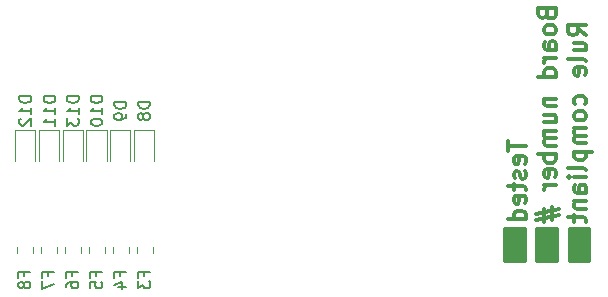
<source format=gbr>
G04 #@! TF.GenerationSoftware,KiCad,Pcbnew,(5.1.4-0)*
G04 #@! TF.CreationDate,2021-02-17T16:02:49+01:00*
G04 #@! TF.ProjectId,cooling control unit,636f6f6c-696e-4672-9063-6f6e74726f6c,rev?*
G04 #@! TF.SameCoordinates,Original*
G04 #@! TF.FileFunction,Legend,Bot*
G04 #@! TF.FilePolarity,Positive*
%FSLAX46Y46*%
G04 Gerber Fmt 4.6, Leading zero omitted, Abs format (unit mm)*
G04 Created by KiCad (PCBNEW (5.1.4-0)) date 2021-02-17 16:02:49*
%MOMM*%
%LPD*%
G04 APERTURE LIST*
%ADD10C,0.300000*%
%ADD11C,0.120000*%
%ADD12C,0.150000*%
%ADD13C,0.254000*%
G04 APERTURE END LIST*
D10*
X151519971Y-114698029D02*
X151519971Y-115555171D01*
X153019971Y-115126600D02*
X151519971Y-115126600D01*
X152948542Y-116626600D02*
X153019971Y-116483743D01*
X153019971Y-116198029D01*
X152948542Y-116055171D01*
X152805685Y-115983743D01*
X152234257Y-115983743D01*
X152091400Y-116055171D01*
X152019971Y-116198029D01*
X152019971Y-116483743D01*
X152091400Y-116626600D01*
X152234257Y-116698029D01*
X152377114Y-116698029D01*
X152519971Y-115983743D01*
X152948542Y-117269457D02*
X153019971Y-117412314D01*
X153019971Y-117698029D01*
X152948542Y-117840886D01*
X152805685Y-117912314D01*
X152734257Y-117912314D01*
X152591400Y-117840886D01*
X152519971Y-117698029D01*
X152519971Y-117483743D01*
X152448542Y-117340886D01*
X152305685Y-117269457D01*
X152234257Y-117269457D01*
X152091400Y-117340886D01*
X152019971Y-117483743D01*
X152019971Y-117698029D01*
X152091400Y-117840886D01*
X152019971Y-118340886D02*
X152019971Y-118912314D01*
X151519971Y-118555171D02*
X152805685Y-118555171D01*
X152948542Y-118626600D01*
X153019971Y-118769457D01*
X153019971Y-118912314D01*
X152948542Y-119983743D02*
X153019971Y-119840886D01*
X153019971Y-119555171D01*
X152948542Y-119412314D01*
X152805685Y-119340886D01*
X152234257Y-119340886D01*
X152091400Y-119412314D01*
X152019971Y-119555171D01*
X152019971Y-119840886D01*
X152091400Y-119983743D01*
X152234257Y-120055171D01*
X152377114Y-120055171D01*
X152519971Y-119340886D01*
X153019971Y-121340886D02*
X151519971Y-121340886D01*
X152948542Y-121340886D02*
X153019971Y-121198029D01*
X153019971Y-120912314D01*
X152948542Y-120769457D01*
X152877114Y-120698029D01*
X152734257Y-120626600D01*
X152305685Y-120626600D01*
X152162828Y-120698029D01*
X152091400Y-120769457D01*
X152019971Y-120912314D01*
X152019971Y-121198029D01*
X152091400Y-121340886D01*
X154784257Y-103983743D02*
X154855685Y-104198029D01*
X154927114Y-104269457D01*
X155069971Y-104340886D01*
X155284257Y-104340886D01*
X155427114Y-104269457D01*
X155498542Y-104198029D01*
X155569971Y-104055171D01*
X155569971Y-103483743D01*
X154069971Y-103483743D01*
X154069971Y-103983743D01*
X154141400Y-104126600D01*
X154212828Y-104198029D01*
X154355685Y-104269457D01*
X154498542Y-104269457D01*
X154641400Y-104198029D01*
X154712828Y-104126600D01*
X154784257Y-103983743D01*
X154784257Y-103483743D01*
X155569971Y-105198029D02*
X155498542Y-105055171D01*
X155427114Y-104983743D01*
X155284257Y-104912314D01*
X154855685Y-104912314D01*
X154712828Y-104983743D01*
X154641400Y-105055171D01*
X154569971Y-105198029D01*
X154569971Y-105412314D01*
X154641400Y-105555171D01*
X154712828Y-105626600D01*
X154855685Y-105698029D01*
X155284257Y-105698029D01*
X155427114Y-105626600D01*
X155498542Y-105555171D01*
X155569971Y-105412314D01*
X155569971Y-105198029D01*
X155569971Y-106983743D02*
X154784257Y-106983743D01*
X154641400Y-106912314D01*
X154569971Y-106769457D01*
X154569971Y-106483743D01*
X154641400Y-106340886D01*
X155498542Y-106983743D02*
X155569971Y-106840886D01*
X155569971Y-106483743D01*
X155498542Y-106340886D01*
X155355685Y-106269457D01*
X155212828Y-106269457D01*
X155069971Y-106340886D01*
X154998542Y-106483743D01*
X154998542Y-106840886D01*
X154927114Y-106983743D01*
X155569971Y-107698029D02*
X154569971Y-107698029D01*
X154855685Y-107698029D02*
X154712828Y-107769457D01*
X154641400Y-107840886D01*
X154569971Y-107983743D01*
X154569971Y-108126600D01*
X155569971Y-109269457D02*
X154069971Y-109269457D01*
X155498542Y-109269457D02*
X155569971Y-109126600D01*
X155569971Y-108840886D01*
X155498542Y-108698029D01*
X155427114Y-108626600D01*
X155284257Y-108555171D01*
X154855685Y-108555171D01*
X154712828Y-108626600D01*
X154641400Y-108698029D01*
X154569971Y-108840886D01*
X154569971Y-109126600D01*
X154641400Y-109269457D01*
X154569971Y-111126600D02*
X155569971Y-111126600D01*
X154712828Y-111126600D02*
X154641400Y-111198029D01*
X154569971Y-111340886D01*
X154569971Y-111555171D01*
X154641400Y-111698029D01*
X154784257Y-111769457D01*
X155569971Y-111769457D01*
X154569971Y-113126600D02*
X155569971Y-113126600D01*
X154569971Y-112483743D02*
X155355685Y-112483743D01*
X155498542Y-112555171D01*
X155569971Y-112698029D01*
X155569971Y-112912314D01*
X155498542Y-113055171D01*
X155427114Y-113126600D01*
X155569971Y-113840886D02*
X154569971Y-113840886D01*
X154712828Y-113840886D02*
X154641400Y-113912314D01*
X154569971Y-114055171D01*
X154569971Y-114269457D01*
X154641400Y-114412314D01*
X154784257Y-114483743D01*
X155569971Y-114483743D01*
X154784257Y-114483743D02*
X154641400Y-114555171D01*
X154569971Y-114698029D01*
X154569971Y-114912314D01*
X154641400Y-115055171D01*
X154784257Y-115126600D01*
X155569971Y-115126600D01*
X155569971Y-115840886D02*
X154069971Y-115840886D01*
X154641400Y-115840886D02*
X154569971Y-115983743D01*
X154569971Y-116269457D01*
X154641400Y-116412314D01*
X154712828Y-116483743D01*
X154855685Y-116555171D01*
X155284257Y-116555171D01*
X155427114Y-116483743D01*
X155498542Y-116412314D01*
X155569971Y-116269457D01*
X155569971Y-115983743D01*
X155498542Y-115840886D01*
X155498542Y-117769457D02*
X155569971Y-117626600D01*
X155569971Y-117340886D01*
X155498542Y-117198029D01*
X155355685Y-117126600D01*
X154784257Y-117126600D01*
X154641400Y-117198029D01*
X154569971Y-117340886D01*
X154569971Y-117626600D01*
X154641400Y-117769457D01*
X154784257Y-117840886D01*
X154927114Y-117840886D01*
X155069971Y-117126600D01*
X155569971Y-118483743D02*
X154569971Y-118483743D01*
X154855685Y-118483743D02*
X154712828Y-118555171D01*
X154641400Y-118626600D01*
X154569971Y-118769457D01*
X154569971Y-118912314D01*
X154569971Y-120483743D02*
X154569971Y-121555171D01*
X153927114Y-120912314D02*
X155855685Y-120483743D01*
X155212828Y-121412314D02*
X155212828Y-120340886D01*
X155855685Y-120983743D02*
X153927114Y-121412314D01*
X158119971Y-105769457D02*
X157405685Y-105269457D01*
X158119971Y-104912314D02*
X156619971Y-104912314D01*
X156619971Y-105483743D01*
X156691400Y-105626600D01*
X156762828Y-105698029D01*
X156905685Y-105769457D01*
X157119971Y-105769457D01*
X157262828Y-105698029D01*
X157334257Y-105626600D01*
X157405685Y-105483743D01*
X157405685Y-104912314D01*
X157119971Y-107055171D02*
X158119971Y-107055171D01*
X157119971Y-106412314D02*
X157905685Y-106412314D01*
X158048542Y-106483743D01*
X158119971Y-106626600D01*
X158119971Y-106840886D01*
X158048542Y-106983743D01*
X157977114Y-107055171D01*
X158119971Y-107983743D02*
X158048542Y-107840886D01*
X157905685Y-107769457D01*
X156619971Y-107769457D01*
X158048542Y-109126600D02*
X158119971Y-108983743D01*
X158119971Y-108698029D01*
X158048542Y-108555171D01*
X157905685Y-108483743D01*
X157334257Y-108483743D01*
X157191400Y-108555171D01*
X157119971Y-108698029D01*
X157119971Y-108983743D01*
X157191400Y-109126600D01*
X157334257Y-109198029D01*
X157477114Y-109198029D01*
X157619971Y-108483743D01*
X158048542Y-111626600D02*
X158119971Y-111483743D01*
X158119971Y-111198029D01*
X158048542Y-111055171D01*
X157977114Y-110983743D01*
X157834257Y-110912314D01*
X157405685Y-110912314D01*
X157262828Y-110983743D01*
X157191400Y-111055171D01*
X157119971Y-111198029D01*
X157119971Y-111483743D01*
X157191400Y-111626600D01*
X158119971Y-112483743D02*
X158048542Y-112340886D01*
X157977114Y-112269457D01*
X157834257Y-112198029D01*
X157405685Y-112198029D01*
X157262828Y-112269457D01*
X157191400Y-112340886D01*
X157119971Y-112483743D01*
X157119971Y-112698029D01*
X157191400Y-112840886D01*
X157262828Y-112912314D01*
X157405685Y-112983743D01*
X157834257Y-112983743D01*
X157977114Y-112912314D01*
X158048542Y-112840886D01*
X158119971Y-112698029D01*
X158119971Y-112483743D01*
X158119971Y-113626600D02*
X157119971Y-113626600D01*
X157262828Y-113626600D02*
X157191400Y-113698029D01*
X157119971Y-113840886D01*
X157119971Y-114055171D01*
X157191400Y-114198029D01*
X157334257Y-114269457D01*
X158119971Y-114269457D01*
X157334257Y-114269457D02*
X157191400Y-114340886D01*
X157119971Y-114483743D01*
X157119971Y-114698029D01*
X157191400Y-114840886D01*
X157334257Y-114912314D01*
X158119971Y-114912314D01*
X157119971Y-115626600D02*
X158619971Y-115626600D01*
X157191400Y-115626600D02*
X157119971Y-115769457D01*
X157119971Y-116055171D01*
X157191400Y-116198029D01*
X157262828Y-116269457D01*
X157405685Y-116340886D01*
X157834257Y-116340886D01*
X157977114Y-116269457D01*
X158048542Y-116198029D01*
X158119971Y-116055171D01*
X158119971Y-115769457D01*
X158048542Y-115626600D01*
X158119971Y-117198029D02*
X158048542Y-117055171D01*
X157905685Y-116983743D01*
X156619971Y-116983743D01*
X158119971Y-117769457D02*
X157119971Y-117769457D01*
X156619971Y-117769457D02*
X156691400Y-117698029D01*
X156762828Y-117769457D01*
X156691400Y-117840886D01*
X156619971Y-117769457D01*
X156762828Y-117769457D01*
X158119971Y-119126600D02*
X157334257Y-119126600D01*
X157191400Y-119055171D01*
X157119971Y-118912314D01*
X157119971Y-118626600D01*
X157191400Y-118483743D01*
X158048542Y-119126600D02*
X158119971Y-118983743D01*
X158119971Y-118626600D01*
X158048542Y-118483743D01*
X157905685Y-118412314D01*
X157762828Y-118412314D01*
X157619971Y-118483743D01*
X157548542Y-118626600D01*
X157548542Y-118983743D01*
X157477114Y-119126600D01*
X157119971Y-119840886D02*
X158119971Y-119840886D01*
X157262828Y-119840886D02*
X157191400Y-119912314D01*
X157119971Y-120055171D01*
X157119971Y-120269457D01*
X157191400Y-120412314D01*
X157334257Y-120483743D01*
X158119971Y-120483743D01*
X157119971Y-120983743D02*
X157119971Y-121555171D01*
X156619971Y-121198029D02*
X157905685Y-121198029D01*
X158048542Y-121269457D01*
X158119971Y-121412314D01*
X158119971Y-121555171D01*
D11*
X109907000Y-124210578D02*
X109907000Y-123693422D01*
X111327000Y-124210578D02*
X111327000Y-123693422D01*
X111939000Y-124210578D02*
X111939000Y-123693422D01*
X113359000Y-124210578D02*
X113359000Y-123693422D01*
X113971000Y-124210578D02*
X113971000Y-123693422D01*
X115391000Y-124210578D02*
X115391000Y-123693422D01*
X116003000Y-124210578D02*
X116003000Y-123693422D01*
X117423000Y-124210578D02*
X117423000Y-123693422D01*
X118035000Y-124210578D02*
X118035000Y-123693422D01*
X119455000Y-124210578D02*
X119455000Y-123693422D01*
X120067000Y-124210578D02*
X120067000Y-123693422D01*
X121487000Y-124210578D02*
X121487000Y-123693422D01*
X113815760Y-113826160D02*
X113815760Y-116376160D01*
X115515760Y-113826160D02*
X115515760Y-116376160D01*
X113815760Y-113826160D02*
X115515760Y-113826160D01*
X109792400Y-113826160D02*
X109792400Y-116376160D01*
X111492400Y-113826160D02*
X111492400Y-116376160D01*
X109792400Y-113826160D02*
X111492400Y-113826160D01*
X111839640Y-113826160D02*
X111839640Y-116376160D01*
X113539640Y-113826160D02*
X113539640Y-116376160D01*
X111839640Y-113826160D02*
X113539640Y-113826160D01*
X115824392Y-113826160D02*
X115824392Y-116376160D01*
X117524392Y-113826160D02*
X117524392Y-116376160D01*
X115824392Y-113826160D02*
X117524392Y-113826160D01*
X117835056Y-113826160D02*
X117835056Y-116376160D01*
X119535056Y-113826160D02*
X119535056Y-116376160D01*
X117835056Y-113826160D02*
X119535056Y-113826160D01*
X119845720Y-113826160D02*
X119845720Y-116376160D01*
X121545720Y-113826160D02*
X121545720Y-116376160D01*
X119845720Y-113826160D02*
X121545720Y-113826160D01*
D12*
X110545571Y-126158666D02*
X110545571Y-125825333D01*
X111069380Y-125825333D02*
X110069380Y-125825333D01*
X110069380Y-126301523D01*
X110497952Y-126825333D02*
X110450333Y-126730095D01*
X110402714Y-126682476D01*
X110307476Y-126634857D01*
X110259857Y-126634857D01*
X110164619Y-126682476D01*
X110117000Y-126730095D01*
X110069380Y-126825333D01*
X110069380Y-127015809D01*
X110117000Y-127111047D01*
X110164619Y-127158666D01*
X110259857Y-127206285D01*
X110307476Y-127206285D01*
X110402714Y-127158666D01*
X110450333Y-127111047D01*
X110497952Y-127015809D01*
X110497952Y-126825333D01*
X110545571Y-126730095D01*
X110593190Y-126682476D01*
X110688428Y-126634857D01*
X110878904Y-126634857D01*
X110974142Y-126682476D01*
X111021761Y-126730095D01*
X111069380Y-126825333D01*
X111069380Y-127015809D01*
X111021761Y-127111047D01*
X110974142Y-127158666D01*
X110878904Y-127206285D01*
X110688428Y-127206285D01*
X110593190Y-127158666D01*
X110545571Y-127111047D01*
X110497952Y-127015809D01*
X112577571Y-126158666D02*
X112577571Y-125825333D01*
X113101380Y-125825333D02*
X112101380Y-125825333D01*
X112101380Y-126301523D01*
X112101380Y-126587238D02*
X112101380Y-127253904D01*
X113101380Y-126825333D01*
X114609571Y-126158666D02*
X114609571Y-125825333D01*
X115133380Y-125825333D02*
X114133380Y-125825333D01*
X114133380Y-126301523D01*
X114133380Y-127111047D02*
X114133380Y-126920571D01*
X114181000Y-126825333D01*
X114228619Y-126777714D01*
X114371476Y-126682476D01*
X114561952Y-126634857D01*
X114942904Y-126634857D01*
X115038142Y-126682476D01*
X115085761Y-126730095D01*
X115133380Y-126825333D01*
X115133380Y-127015809D01*
X115085761Y-127111047D01*
X115038142Y-127158666D01*
X114942904Y-127206285D01*
X114704809Y-127206285D01*
X114609571Y-127158666D01*
X114561952Y-127111047D01*
X114514333Y-127015809D01*
X114514333Y-126825333D01*
X114561952Y-126730095D01*
X114609571Y-126682476D01*
X114704809Y-126634857D01*
X116641571Y-126158666D02*
X116641571Y-125825333D01*
X117165380Y-125825333D02*
X116165380Y-125825333D01*
X116165380Y-126301523D01*
X116165380Y-127158666D02*
X116165380Y-126682476D01*
X116641571Y-126634857D01*
X116593952Y-126682476D01*
X116546333Y-126777714D01*
X116546333Y-127015809D01*
X116593952Y-127111047D01*
X116641571Y-127158666D01*
X116736809Y-127206285D01*
X116974904Y-127206285D01*
X117070142Y-127158666D01*
X117117761Y-127111047D01*
X117165380Y-127015809D01*
X117165380Y-126777714D01*
X117117761Y-126682476D01*
X117070142Y-126634857D01*
X118673571Y-126158666D02*
X118673571Y-125825333D01*
X119197380Y-125825333D02*
X118197380Y-125825333D01*
X118197380Y-126301523D01*
X118530714Y-127111047D02*
X119197380Y-127111047D01*
X118149761Y-126872952D02*
X118864047Y-126634857D01*
X118864047Y-127253904D01*
X120705571Y-126158666D02*
X120705571Y-125825333D01*
X121229380Y-125825333D02*
X120229380Y-125825333D01*
X120229380Y-126301523D01*
X120229380Y-126587238D02*
X120229380Y-127206285D01*
X120610333Y-126872952D01*
X120610333Y-127015809D01*
X120657952Y-127111047D01*
X120705571Y-127158666D01*
X120800809Y-127206285D01*
X121038904Y-127206285D01*
X121134142Y-127158666D01*
X121181761Y-127111047D01*
X121229380Y-127015809D01*
X121229380Y-126730095D01*
X121181761Y-126634857D01*
X121134142Y-126587238D01*
X115173140Y-110936874D02*
X114173140Y-110936874D01*
X114173140Y-111174969D01*
X114220760Y-111317826D01*
X114315998Y-111413064D01*
X114411236Y-111460683D01*
X114601712Y-111508302D01*
X114744569Y-111508302D01*
X114935045Y-111460683D01*
X115030283Y-111413064D01*
X115125521Y-111317826D01*
X115173140Y-111174969D01*
X115173140Y-110936874D01*
X115173140Y-112460683D02*
X115173140Y-111889255D01*
X115173140Y-112174969D02*
X114173140Y-112174969D01*
X114315998Y-112079731D01*
X114411236Y-111984493D01*
X114458855Y-111889255D01*
X114173140Y-112794017D02*
X114173140Y-113413064D01*
X114554093Y-113079731D01*
X114554093Y-113222588D01*
X114601712Y-113317826D01*
X114649331Y-113365445D01*
X114744569Y-113413064D01*
X114982664Y-113413064D01*
X115077902Y-113365445D01*
X115125521Y-113317826D01*
X115173140Y-113222588D01*
X115173140Y-112936874D01*
X115125521Y-112841636D01*
X115077902Y-112794017D01*
X111149780Y-110936874D02*
X110149780Y-110936874D01*
X110149780Y-111174969D01*
X110197400Y-111317826D01*
X110292638Y-111413064D01*
X110387876Y-111460683D01*
X110578352Y-111508302D01*
X110721209Y-111508302D01*
X110911685Y-111460683D01*
X111006923Y-111413064D01*
X111102161Y-111317826D01*
X111149780Y-111174969D01*
X111149780Y-110936874D01*
X111149780Y-112460683D02*
X111149780Y-111889255D01*
X111149780Y-112174969D02*
X110149780Y-112174969D01*
X110292638Y-112079731D01*
X110387876Y-111984493D01*
X110435495Y-111889255D01*
X110245019Y-112841636D02*
X110197400Y-112889255D01*
X110149780Y-112984493D01*
X110149780Y-113222588D01*
X110197400Y-113317826D01*
X110245019Y-113365445D01*
X110340257Y-113413064D01*
X110435495Y-113413064D01*
X110578352Y-113365445D01*
X111149780Y-112794017D01*
X111149780Y-113413064D01*
X113197020Y-110936874D02*
X112197020Y-110936874D01*
X112197020Y-111174969D01*
X112244640Y-111317826D01*
X112339878Y-111413064D01*
X112435116Y-111460683D01*
X112625592Y-111508302D01*
X112768449Y-111508302D01*
X112958925Y-111460683D01*
X113054163Y-111413064D01*
X113149401Y-111317826D01*
X113197020Y-111174969D01*
X113197020Y-110936874D01*
X113197020Y-112460683D02*
X113197020Y-111889255D01*
X113197020Y-112174969D02*
X112197020Y-112174969D01*
X112339878Y-112079731D01*
X112435116Y-111984493D01*
X112482735Y-111889255D01*
X113197020Y-113413064D02*
X113197020Y-112841636D01*
X113197020Y-113127350D02*
X112197020Y-113127350D01*
X112339878Y-113032112D01*
X112435116Y-112936874D01*
X112482735Y-112841636D01*
X117181772Y-110936874D02*
X116181772Y-110936874D01*
X116181772Y-111174969D01*
X116229392Y-111317826D01*
X116324630Y-111413064D01*
X116419868Y-111460683D01*
X116610344Y-111508302D01*
X116753201Y-111508302D01*
X116943677Y-111460683D01*
X117038915Y-111413064D01*
X117134153Y-111317826D01*
X117181772Y-111174969D01*
X117181772Y-110936874D01*
X117181772Y-112460683D02*
X117181772Y-111889255D01*
X117181772Y-112174969D02*
X116181772Y-112174969D01*
X116324630Y-112079731D01*
X116419868Y-111984493D01*
X116467487Y-111889255D01*
X116181772Y-113079731D02*
X116181772Y-113174969D01*
X116229392Y-113270207D01*
X116277011Y-113317826D01*
X116372249Y-113365445D01*
X116562725Y-113413064D01*
X116800820Y-113413064D01*
X116991296Y-113365445D01*
X117086534Y-113317826D01*
X117134153Y-113270207D01*
X117181772Y-113174969D01*
X117181772Y-113079731D01*
X117134153Y-112984493D01*
X117086534Y-112936874D01*
X116991296Y-112889255D01*
X116800820Y-112841636D01*
X116562725Y-112841636D01*
X116372249Y-112889255D01*
X116277011Y-112936874D01*
X116229392Y-112984493D01*
X116181772Y-113079731D01*
X119192436Y-111413064D02*
X118192436Y-111413064D01*
X118192436Y-111651160D01*
X118240056Y-111794017D01*
X118335294Y-111889255D01*
X118430532Y-111936874D01*
X118621008Y-111984493D01*
X118763865Y-111984493D01*
X118954341Y-111936874D01*
X119049579Y-111889255D01*
X119144817Y-111794017D01*
X119192436Y-111651160D01*
X119192436Y-111413064D01*
X119192436Y-112460683D02*
X119192436Y-112651160D01*
X119144817Y-112746398D01*
X119097198Y-112794017D01*
X118954341Y-112889255D01*
X118763865Y-112936874D01*
X118382913Y-112936874D01*
X118287675Y-112889255D01*
X118240056Y-112841636D01*
X118192436Y-112746398D01*
X118192436Y-112555921D01*
X118240056Y-112460683D01*
X118287675Y-112413064D01*
X118382913Y-112365445D01*
X118621008Y-112365445D01*
X118716246Y-112413064D01*
X118763865Y-112460683D01*
X118811484Y-112555921D01*
X118811484Y-112746398D01*
X118763865Y-112841636D01*
X118716246Y-112889255D01*
X118621008Y-112936874D01*
X121203100Y-111413064D02*
X120203100Y-111413064D01*
X120203100Y-111651160D01*
X120250720Y-111794017D01*
X120345958Y-111889255D01*
X120441196Y-111936874D01*
X120631672Y-111984493D01*
X120774529Y-111984493D01*
X120965005Y-111936874D01*
X121060243Y-111889255D01*
X121155481Y-111794017D01*
X121203100Y-111651160D01*
X121203100Y-111413064D01*
X120631672Y-112555921D02*
X120584053Y-112460683D01*
X120536434Y-112413064D01*
X120441196Y-112365445D01*
X120393577Y-112365445D01*
X120298339Y-112413064D01*
X120250720Y-112460683D01*
X120203100Y-112555921D01*
X120203100Y-112746398D01*
X120250720Y-112841636D01*
X120298339Y-112889255D01*
X120393577Y-112936874D01*
X120441196Y-112936874D01*
X120536434Y-112889255D01*
X120584053Y-112841636D01*
X120631672Y-112746398D01*
X120631672Y-112555921D01*
X120679291Y-112460683D01*
X120726910Y-112413064D01*
X120822148Y-112365445D01*
X121012624Y-112365445D01*
X121107862Y-112413064D01*
X121155481Y-112460683D01*
X121203100Y-112555921D01*
X121203100Y-112746398D01*
X121155481Y-112841636D01*
X121107862Y-112889255D01*
X121012624Y-112936874D01*
X120822148Y-112936874D01*
X120726910Y-112889255D01*
X120679291Y-112841636D01*
X120631672Y-112746398D01*
D13*
G36*
X158414400Y-124844600D02*
G01*
X156668400Y-124844600D01*
X156668400Y-122098600D01*
X158414400Y-122098600D01*
X158414400Y-124844600D01*
X158414400Y-124844600D01*
G37*
X158414400Y-124844600D02*
X156668400Y-124844600D01*
X156668400Y-122098600D01*
X158414400Y-122098600D01*
X158414400Y-124844600D01*
G36*
X155664400Y-124844600D02*
G01*
X153918400Y-124844600D01*
X153918400Y-122098600D01*
X155664400Y-122098600D01*
X155664400Y-124844600D01*
X155664400Y-124844600D01*
G37*
X155664400Y-124844600D02*
X153918400Y-124844600D01*
X153918400Y-122098600D01*
X155664400Y-122098600D01*
X155664400Y-124844600D01*
G36*
X152914400Y-124844600D02*
G01*
X151168400Y-124844600D01*
X151168400Y-122098600D01*
X152914400Y-122098600D01*
X152914400Y-124844600D01*
X152914400Y-124844600D01*
G37*
X152914400Y-124844600D02*
X151168400Y-124844600D01*
X151168400Y-122098600D01*
X152914400Y-122098600D01*
X152914400Y-124844600D01*
M02*

</source>
